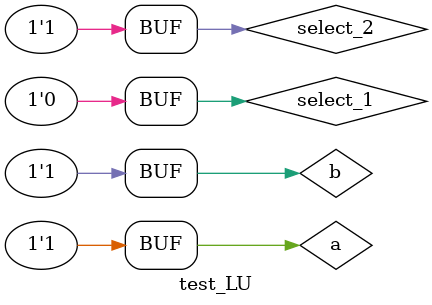
<source format=v>
module LU_1 ( output s, input a, b, select );

// descrever por portas
wire s0, s1;

or OR1(s0, a, b);
nor NOR1(s1, a, b);
mux MUX1(s, s0, s1, select);

endmodule // LU_1

module LU_2 ( output s, input a, b, select );

// descrever por portas
wire s0, s1;

xor XOR1(s0, a, b);
xnor XNOR1(s1, a, b);
mux MUX1(s, s0, s1, select);

endmodule // LU_2
// -------------------------
// multiplexer
// -------------------------
module mux ( output s,
 input a,
 input b,
 input select );
// definir dados locais
 wire not_select;
 wire sa;
 wire sb;
// descrever por portas
 not NOT1 ( not_select, select );
 and AND1 ( sa, a, not_select );
 and AND2 ( sb, b, select );
 or OR1 ( s , sa, sb );
endmodule // mux

module test_LU;
// ------------------------- definir dados
 reg a, b;
 reg select_1, select_2;
 wire s0, s1, s;
 
 LU_1 lu1 (s0, a, b, select_1);
 LU_2 lu2 (s1, a, b, select_1);
 mux MUX1(s, s0, s1, select_2);
 
 initial
    begin
    a = 0; b = 0; select_1 = 0; select_2 = 0;
    end

// ------------------------- parte principal
 initial
 begin : main
 $display("Exemplo_0704 -  Laura Iara Silva Santos Xavier - 734661");
 $display("Test LU's module");
 $display(" a b  x   s ");
 
 $monitor("%2b%2b  %1b%1b%3b", a, b, select_1, select_2, s);
 #1 b = 1;
 #1 a = 1; b = 0;
 #1 b = 1;
 #1 a = 0; b = 0; select_1 = 1;
 #1 b = 1;
 #1 a = 1; b = 0;
 #1 b = 1;
 #1 a = 0; b = 0; select_2 = 1;
 #1 b = 1;
 #1 a = 1; b = 0;
 #1 b = 1;
 #1 a = 0; b = 0; select_1 = 0;
 #1 b = 1;
 #1 a = 1; b = 0;
 #1 b = 1;
 
 
 end
endmodule // test_LU


</source>
